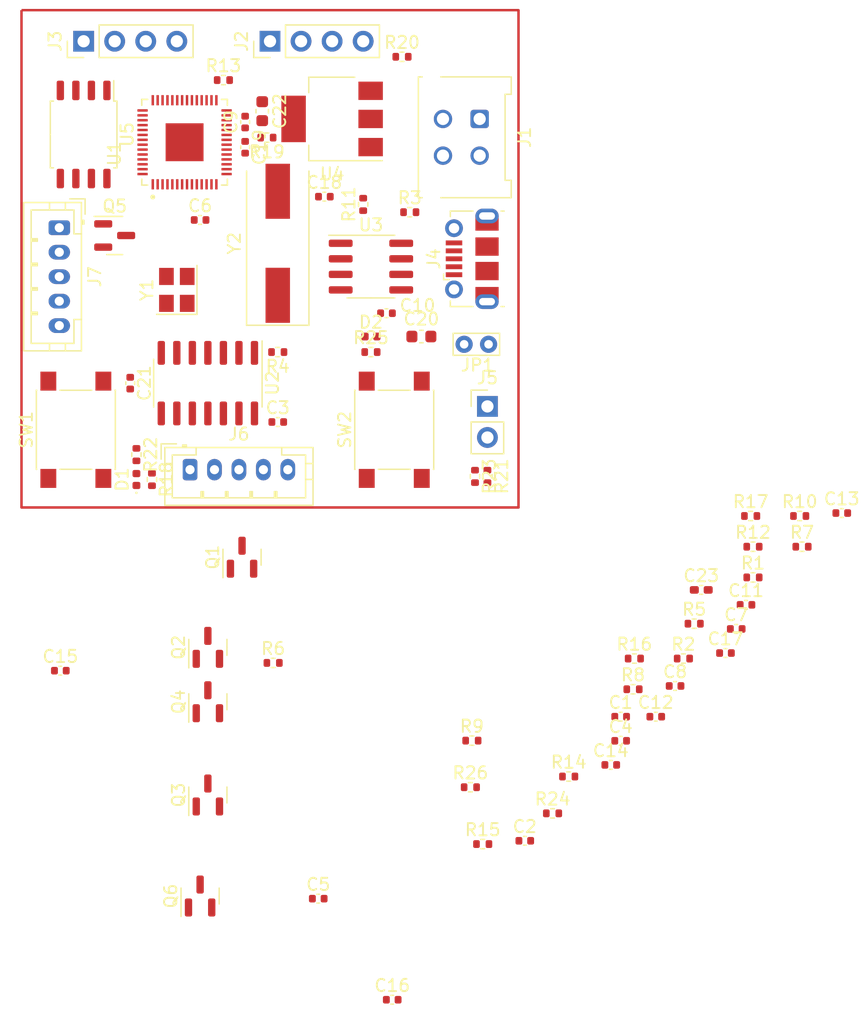
<source format=kicad_pcb>
(kicad_pcb (version 20211014) (generator pcbnew)
  (layers (0 "F.Cu" signal) (31 "B.Cu" signal) (34 "B.Paste" user) (35 "F.Paste" user) (36 "B.SilkS" user "B.Silkscreen") (37 "F.SilkS" user "F.Silkscreen") (38 "B.Mask" user) (39 "F.Mask" user) (44 "Edge.Cuts" user))
  (net 0 "")
  (net 1 "Net-(C1-Pad1)")
  (net 2 "GND")
  (net 3 "Net-(C2-Pad1)")
  (net 4 "+3V3")
  (net 5 "VBUS")
  (net 6 "Net-(C18-Pad1)")
  (net 7 "/X_IN")
  (net 8 "/GPIO1")
  (net 9 "/GPIO2")
  (net 10 "Net-(D1-Pad2)")
  (net 11 "Net-(D2-Pad2)")
  (net 12 "Net-(J1-Pad1)")
  (net 13 "Net-(J1-Pad2)")
  (net 16 "/GPIO21")
  (net 17 "/GPIO22")
  (net 18 "/SWCLK")
  (net 19 "/SWD")
  (net 20 "/USB_D-")
  (net 21 "/USB_D+")
  (net 23 "/~{USB_BOOT}")
  (net 24 "/Encoder1_A")
  (net 25 "/Encoder1_B")
  (net 26 "/Encoder1_X")
  (net 27 "/Encoder2_A")
  (net 28 "/Encoder2_B")
  (net 29 "/Encoder2_X")
  (net 30 "/GPIO15")
  (net 31 "/GPIO16")
  (net 32 "/GPIO17")
  (net 33 "/GPIO20")
  (net 34 "/GPIO18")
  (net 35 "/GPIO19")
  (net 36 "Net-(R1-Pad2)")
  (net 37 "Net-(R2-Pad1)")
  (net 38 "Net-(R3-Pad1)")
  (net 39 "/CANTx")
  (net 40 "Net-(JP1-Pad2)")
  (net 41 "/GPIO0")
  (net 42 "/X_OUT")
  (net 43 "/QSPI_SS")
  (net 44 "Net-(R22-Pad1)")
  (net 45 "Net-(R25-Pad1)")
  (net 46 "/STBY")
  (net 47 "/SOF")
  (net 48 "/IRQ")
  (net 49 "/CSn")
  (net 51 "/SPI1_RX")
  (net 53 "/SPI1_SCK")
  (net 54 "/SPI1_TX")
  (net 65 "/QSPI_SD3")
  (net 66 "/QSPI_SCLK")
  (net 67 "/QSPI_SD0")
  (net 68 "/QSPI_SD2")
  (net 69 "/QSPI_SD1")
  (net 70 "/CANRx")
  (footprint "Capacitor_SMD:C_0603_1608Metric" (layer "F.Cu") (at 108.9 102.87)
    (fp_text reference "C20" (at 0 -1.43) (layer "F.SilkS"))
    (fp_text value "10u")
    (pad "1" smd roundrect (at -0.775 0) (size 0.9 0.95) (layers "F.Cu" "F.Paste" "F.Mask") (net 5 "VBUS"))
    (pad "2" smd roundrect (at 0.775 0) (size 0.9 0.95) (layers "F.Cu" "F.Paste" "F.Mask") (net 2 "GND"))
  )
  (footprint "Crystal:Crystal_SMD_TXC_7M-4Pin_3.2x2.5mm" (layer "F.Cu") (at 88.9 99.06 90)
    (fp_text reference "Y1" (at 0 -2.45 90) (layer "F.SilkS"))
    (fp_text value "ASEAIG-40MHZ-C-S-T")
    (pad "1" smd rect (at -1.1 0.85 90) (size 1.4 1.2) (layers "F.Cu" "F.Paste" "F.Mask") (net 1 "Net-(C1-Pad1)"))
    (pad "2" smd rect (at 1.1 0.85 90) (size 1.4 1.2) (layers "F.Cu" "F.Paste" "F.Mask") (net 2 "GND"))
    (pad "3" smd rect (at 1.1 -0.85 90) (size 1.4 1.2) (layers "F.Cu" "F.Paste" "F.Mask") (net 2 "GND"))
    (pad "4" smd rect (at -1.1 -0.85 90) (size 1.4 1.2) (layers "F.Cu" "F.Paste" "F.Mask") (net 3 "Net-(C2-Pad1)"))
  )
  (footprint "Button_Switch_SMD:SW_Push_1P1T_NO_6x6mm_H9.5mm" (layer "F.Cu") (at 106.68 110.49 90)
    (fp_text reference "SW2" (at 0 -4.05 90) (layer "F.SilkS"))
    (fp_text value "SW_Push")
    (pad "1" smd rect (at -3.975 -2.25 90) (size 1.55 1.3) (layers "F.Cu" "F.Paste" "F.Mask") (net 45 "Net-(R25-Pad1)"))
    (pad "1" smd rect (at 3.975 -2.25 90) (size 1.55 1.3) (layers "F.Cu" "F.Paste" "F.Mask") (net 45 "Net-(R25-Pad1)"))
    (pad "2" smd rect (at -3.975 2.25 90) (size 1.55 1.3) (layers "F.Cu" "F.Paste" "F.Mask") (net 9 "/GPIO2"))
    (pad "2" smd rect (at 3.975 2.25 90) (size 1.55 1.3) (layers "F.Cu" "F.Paste" "F.Mask") (net 9 "/GPIO2"))
  )
  (footprint "Crystal:Crystal_SMD_HC49-SD" (layer "F.Cu") (at 97.155 95.25 90)
    (fp_text reference "Y2" (at 0 -3.55 90) (layer "F.SilkS"))
    (fp_text value "ABLS-12.000MHZ-B4-T")
    (pad "1" smd rect (at -4.25 0 90) (size 4.5 2) (layers "F.Cu" "F.Paste" "F.Mask") (net 7 "/X_IN"))
    (pad "2" smd rect (at 4.25 0 90) (size 4.5 2) (layers "F.Cu" "F.Paste" "F.Mask") (net 6 "Net-(C18-Pad1)"))
  )
  (footprint "Resistor_SMD:R_0402_1005Metric" (layer "F.Cu") (at 96.266 86.614 180)
    (fp_text reference "R19" (at 0 -1.17) (layer "F.SilkS"))
    (fp_text value "1k")
    (pad "1" smd roundrect (at -0.51 0 180) (size 0.54 0.64) (layers "F.Cu" "F.Paste" "F.Mask") (net 6 "Net-(C18-Pad1)"))
    (pad "2" smd roundrect (at 0.51 0 180) (size 0.54 0.64) (layers "F.Cu" "F.Paste" "F.Mask") (net 42 "/X_OUT"))
  )
  (footprint "Capacitor_SMD:C_0402_1005Metric" (layer "F.Cu") (at 100.965 91.44)
    (fp_text reference "C18" (at 0 -1.16) (layer "F.SilkS"))
    (fp_text value "27p")
    (pad "1" smd roundrect (at -0.48 0) (size 0.56 0.62) (layers "F.Cu" "F.Paste" "F.Mask") (net 6 "Net-(C18-Pad1)"))
    (pad "2" smd roundrect (at 0.48 0) (size 0.56 0.62) (layers "F.Cu" "F.Paste" "F.Mask") (net 2 "GND"))
  )
  (footprint "Button_Switch_SMD:SW_Push_1P1T_NO_6x6mm_H9.5mm" (layer "F.Cu") (at 80.645 110.49 90)
    (fp_text reference "SW1" (at 0 -4.05 90) (layer "F.SilkS"))
    (fp_text value "SW_Push")
    (pad "1" smd rect (at -3.975 -2.25 90) (size 1.55 1.3) (layers "F.Cu" "F.Paste" "F.Mask") (net 44 "Net-(R22-Pad1)"))
    (pad "1" smd rect (at 3.975 -2.25 90) (size 1.55 1.3) (layers "F.Cu" "F.Paste" "F.Mask") (net 44 "Net-(R22-Pad1)"))
    (pad "2" smd rect (at 3.975 2.25 90) (size 1.55 1.3) (layers "F.Cu" "F.Paste" "F.Mask") (net 8 "/GPIO1"))
    (pad "2" smd rect (at -3.975 2.25 90) (size 1.55 1.3) (layers "F.Cu" "F.Paste" "F.Mask") (net 8 "/GPIO1"))
  )
  (footprint "Resistor_SMD:R_0402_1005Metric" (layer "F.Cu") (at 86.868 114.554 -90)
    (fp_text reference "R18" (at 0 -1.17 90) (layer "F.SilkS"))
    (fp_text value "3.3k")
    (pad "1" smd roundrect (at -0.51 0 270) (size 0.54 0.64) (layers "F.Cu" "F.Paste" "F.Mask") (net 41 "/GPIO0"))
    (pad "2" smd roundrect (at 0.51 0 270) (size 0.54 0.64) (layers "F.Cu" "F.Paste" "F.Mask") (net 10 "Net-(D1-Pad2)"))
  )
  (footprint "Resistor_SMD:R_0402_1005Metric" (layer "F.Cu") (at 140.025 120.045)
    (fp_text reference "R7" (at 0 -1.17) (layer "F.SilkS"))
    (fp_text value "10k")
    (pad "1" smd roundrect (at -0.51 0) (size 0.54 0.64) (layers "F.Cu" "F.Paste" "F.Mask") (net 4 "+3V3"))
    (pad "2" smd roundrect (at 0.51 0) (size 0.54 0.64) (layers "F.Cu" "F.Paste" "F.Mask") (net 32 "/GPIO17"))
  )
  (footprint "Resistor_SMD:R_0402_1005Metric" (layer "F.Cu") (at 107.315 80.01)
    (fp_text reference "R20" (at 0 -1.17) (layer "F.SilkS"))
    (fp_text value "10k")
    (pad "1" smd roundrect (at -0.51 0) (size 0.54 0.64) (layers "F.Cu" "F.Paste" "F.Mask") (net 5 "VBUS"))
    (pad "2" smd roundrect (at 0.51 0) (size 0.54 0.64) (layers "F.Cu" "F.Paste" "F.Mask") (net 11 "Net-(D2-Pad2)"))
  )
  (footprint "Resistor_SMD:R_0402_1005Metric" (layer "F.Cu") (at 136.015 120.045)
    (fp_text reference "R12" (at 0 -1.17) (layer "F.SilkS"))
    (fp_text value "10k")
    (pad "1" smd roundrect (at -0.51 0) (size 0.54 0.64) (layers "F.Cu" "F.Paste" "F.Mask") (net 4 "+3V3"))
    (pad "2" smd roundrect (at 0.51 0) (size 0.54 0.64) (layers "F.Cu" "F.Paste" "F.Mask") (net 33 "/GPIO20"))
  )
  (footprint "Package_TO_SOT_SMD:SOT-23" (layer "F.Cu") (at 94.234 120.904 90)
    (fp_text reference "Q1" (at 0 -2.4 90) (layer "F.SilkS"))
    (fp_text value "BSS138")
    (pad "1" smd roundrect (at -0.9375 -0.95 90) (size 1.475 0.6) (layers "F.Cu" "F.Paste" "F.Mask") (net 4 "+3V3"))
    (pad "2" smd roundrect (at -0.9375 0.95 90) (size 1.475 0.6) (layers "F.Cu" "F.Paste" "F.Mask") (net 30 "/GPIO15"))
    (pad "3" smd roundrect (at 0.9375 0 90) (size 1.475 0.6) (layers "F.Cu" "F.Paste" "F.Mask") (net 24 "/Encoder1_A"))
  )
  (footprint "LED_SMD:LED_0402_1005Metric" (layer "F.Cu") (at 85.598 114.554 90)
    (fp_text reference "D1" (at 0 -1.17 90) (layer "F.SilkS"))
    (fp_text value "User_LED")
    (pad "1" smd roundrect (at -0.485 0 90) (size 0.59 0.64) (layers "F.Cu" "F.Paste" "F.Mask") (net 2 "GND"))
    (pad "2" smd roundrect (at 0.485 0 90) (size 0.59 0.64) (layers "F.Cu" "F.Paste" "F.Mask") (net 10 "Net-(D1-Pad2)"))
  )
  (footprint "Capacitor_SMD:C_0402_1005Metric" (layer "F.Cu") (at 79.375 130.175)
    (fp_text reference "C15" (at 0 -1.16) (layer "F.SilkS"))
    (fp_text value "100nf")
    (pad "1" smd roundrect (at -0.48 0) (size 0.56 0.62) (layers "F.Cu" "F.Paste" "F.Mask") (net 5 "VBUS"))
    (pad "2" smd roundrect (at 0.48 0) (size 0.56 0.62) (layers "F.Cu" "F.Paste" "F.Mask") (net 2 "GND"))
  )
  (footprint "Package_SO:SOIC-8_3.9x4.9mm_P1.27mm" (layer "F.Cu") (at 104.775 97.155)
    (fp_text reference "U3" (at 0 -3.4) (layer "F.SilkS"))
    (fp_text value "MCP2562-E-SN")
    (pad "1" smd roundrect (at -2.475 -1.905) (size 1.95 0.6) (layers "F.Cu" "F.Paste" "F.Mask") (net 39 "/CANTx"))
    (pad "2" smd roundrect (at -2.475 -0.635) (size 1.95 0.6) (layers "F.Cu" "F.Paste" "F.Mask") (net 2 "GND"))
    (pad "3" smd roundrect (at -2.475 0.635) (size 1.95 0.6) (layers "F.Cu" "F.Paste" "F.Mask") (net 5 "VBUS"))
    (pad "4" smd roundrect (at -2.475 1.905) (size 1.95 0.6) (layers "F.Cu" "F.Paste" "F.Mask") (net 70 "/CANRx"))
    (pad "5" smd roundrect (at 2.475 1.905) (size 1.95 0.6) (layers "F.Cu" "F.Paste" "F.Mask") (net 4 "+3V3"))
    (pad "6" smd roundrect (at 2.475 0.635) (size 1.95 0.6) (layers "F.Cu" "F.Paste" "F.Mask") (net 13 "Net-(J1-Pad2)"))
    (pad "7" smd roundrect (at 2.475 -0.635) (size 1.95 0.6) (layers "F.Cu" "F.Paste" "F.Mask") (net 12 "Net-(J1-Pad1)"))
    (pad "8" smd roundrect (at 2.475 -1.905) (size 1.95 0.6) (layers "F.Cu" "F.Paste" "F.Mask") (net 46 "/STBY"))
  )
  (footprint "Package_TO_SOT_SMD:SOT-23" (layer "F.Cu") (at 90.805 148.59 90)
    (fp_text reference "Q6" (at 0 -2.4 90) (layer "F.SilkS"))
    (fp_text value "BSS138")
    (pad "1" smd roundrect (at -0.9375 -0.95 90) (size 1.475 0.6) (layers "F.Cu" "F.Paste" "F.Mask") (net 4 "+3V3"))
    (pad "2" smd roundrect (at -0.9375 0.95 90) (size 1.475 0.6) (layers "F.Cu" "F.Paste" "F.Mask") (net 35 "/GPIO19"))
    (pad "3" smd roundrect (at 0.9375 0 90) (size 1.475 0.6) (layers "F.Cu" "F.Paste" "F.Mask") (net 28 "/Encoder2_B"))
  )
  (footprint "Capacitor_SMD:C_0402_1005Metric" (layer "F.Cu") (at 117.355 144.075)
    (fp_text reference "C2" (at 0 -1.16) (layer "F.SilkS"))
    (fp_text value "22pF")
    (pad "1" smd roundrect (at -0.48 0) (size 0.56 0.62) (layers "F.Cu" "F.Paste" "F.Mask") (net 3 "Net-(C2-Pad1)"))
    (pad "2" smd roundrect (at 0.48 0) (size 0.56 0.62) (layers "F.Cu" "F.Paste" "F.Mask") (net 2 "GND"))
  )
  (footprint "Capacitor_SMD:C_0402_1005Metric" (layer "F.Cu") (at 125.195 133.935)
    (fp_text reference "C1" (at 0 -1.16) (layer "F.SilkS"))
    (fp_text value "22pF")
    (pad "1" smd roundrect (at -0.48 0) (size 0.56 0.62) (layers "F.Cu" "F.Paste" "F.Mask") (net 1 "Net-(C1-Pad1)"))
    (pad "2" smd roundrect (at 0.48 0) (size 0.56 0.62) (layers "F.Cu" "F.Paste" "F.Mask") (net 2 "GND"))
  )
  (footprint "Resistor_SMD:R_0402_1005Metric" (layer "F.Cu") (at 139.835 117.535)
    (fp_text reference "R10" (at 0 -1.17) (layer "F.SilkS"))
    (fp_text value "10k")
    (pad "1" smd roundrect (at -0.51 0) (size 0.54 0.64) (layers "F.Cu" "F.Paste" "F.Mask") (net 5 "VBUS"))
    (pad "2" smd roundrect (at 0.51 0) (size 0.54 0.64) (layers "F.Cu" "F.Paste" "F.Mask") (net 26 "/Encoder1_X"))
  )
  (footprint "Connector_PinHeader_2.54mm:PinHeader_1x04_P2.54mm_Vertical" (layer "F.Cu") (at 81.28 78.74 90)
    (fp_text reference "J3" (at 0 -2.33 90) (layer "F.SilkS"))
    (fp_text value "SWD")
    (pad "1" thru_hole rect (at 0 0 90) (size 1.7 1.7) (drill 1) (layers *.Cu *.Mask) (net 2 "GND"))
    (pad "2" thru_hole oval (at 0 2.54 90) (size 1.7 1.7) (drill 1) (layers *.Cu *.Mask) (net 18 "/SWCLK"))
    (pad "3" thru_hole oval (at 0 5.08 90) (size 1.7 1.7) (drill 1) (layers *.Cu *.Mask) (net 19 "/SWD"))
    (pad "4" thru_hole oval (at 0 7.62 90) (size 1.7 1.7) (drill 1) (layers *.Cu *.Mask) (net 5 "VBUS"))
  )
  (footprint "Connector_PinHeader_2.54mm:PinHeader_1x04_P2.54mm_Vertical" (layer "F.Cu") (at 96.52 78.74 90)
    (fp_text reference "J2" (at 0 -2.33 90) (layer "F.SilkS"))
    (fp_text value "UART")
    (pad "1" thru_hole rect (at 0 0 90) (size 1.7 1.7) (drill 1) (layers *.Cu *.Mask) (net 2 "GND"))
    (pad "2" thru_hole oval (at 0 2.54 90) (size 1.7 1.7) (drill 1) (layers *.Cu *.Mask) (net 16 "/GPIO21"))
    (pad "3" thru_hole oval (at 0 5.08 90) (size 1.7 1.7) (drill 1) (layers *.Cu *.Mask) (net 17 "/GPIO22"))
    (pad "4" thru_hole oval (at 0 7.62 90) (size 1.7 1.7) (drill 1) (layers *.Cu *.Mask) (net 4 "+3V3"))
  )
  (footprint "Resistor_SMD:R_0402_1005Metric" (layer "F.Cu") (at 112.905 139.7)
    (fp_text reference "R26" (at 0 -1.17) (layer "F.SilkS"))
    (fp_text value "10k")
    (pad "1" smd roundrect (at -0.51 0) (size 0.54 0.64) (layers "F.Cu" "F.Paste" "F.Mask") (net 4 "+3V3"))
    (pad "2" smd roundrect (at 0.51 0) (size 0.54 0.64) (layers "F.Cu" "F.Paste" "F.Mask") (net 9 "/GPIO2"))
  )
  (footprint "PolyuRobotics:QFN40P700X700X90-57N" (layer "F.Cu") (at 89.535 86.995 90)
    (fp_text reference "U1" (at -0.93 -5.74 90) (layer "F.SilkS"))
    (fp_text value "RP2040")
    (pad "1" smd roundrect (at -3.435 -2.6 90) (size 0.84 0.2) (layers "F.Cu" "F.Paste" "F.Mask") (roundrect_rratio 0.03) (net 4 "+3V3"))
    (pad "2" smd roundrect (at -3.435 -2.2 90) (size 0.84 0.2) (layers "F.Cu" "F.Paste" "F.Mask") (roundrect_rratio 0.03) (net 41 "/GPIO0"))
    (pad "3" smd roundrect (at -3.435 -1.8 90) (size 0.84 0.2) (layers "F.Cu" "F.Paste" "F.Mask") (roundrect_rratio 0.03) (net 8 "/GPIO1"))
    (pad "4" smd roundrect (at -3.435 -1.4 90) (size 0.84 0.2) (layers "F.Cu" "F.Paste" "F.Mask") (roundrect_rratio 0.03) (net 9 "/GPIO2"))
    (pad "5" smd roundrect (at -3.435 -1 90) (size 0.84 0.2) (layers "F.Cu" "F.Paste" "F.Mask") (roundrect_rratio 0.03) (net 46 "/STBY"))
    (pad "6" smd roundrect (at -3.435 -0.6 90) (size 0.84 0.2) (layers "F.Cu" "F.Paste" "F.Mask") (roundrect_rratio 0.03) (net 47 "/SOF"))
    (pad "7" smd roundrect (at -3.435 -0.2 90) (size 0.84 0.2) (layers "F.Cu" "F.Paste" "F.Mask") (roundrect_rratio 0.03) (net 48 "/IRQ"))
    (pad "8" smd roundrect (at -3.435 0.2 90) (size 0.84 0.2) (layers "F.Cu" "F.Paste" "F.Mask") (roundrect_rratio 0.03) (net 49 "/CSn"))
    (pad "9" smd roundrect (at -3.435 0.6 90) (size 0.84 0.2) (layers "F.Cu" "F.Paste" "F.Mask") (roundrect_rratio 0.03))
    (pad "10" smd roundrect (at -3.435 1 90) (size 0.84 0.2) (layers "F.Cu" "F.Paste" "F.Mask") (roundrect_rratio 0.03) (net 4 "+3V3"))
    (pad "11" smd roundrect (at -3.435 1.4 90) (size 0.84 0.2) (layers "F.Cu" "F.Paste" "F.Mask") (roundrect_rratio 0.03) (net 51 "/SPI1_RX"))
    (pad "12" smd roundrect (at -3.435 1.8 90) (size 0.84 0.2) (layers "F.Cu" "F.Paste" "F.Mask") (roundrect_rratio 0.03))
    (pad "13" smd roundrect (at -3.435 2.2 90) (size 0.84 0.2) (layers "F.Cu" "F.Paste" "F.Mask") (roundrect_rratio 0.03) (net 53 "/SPI1_SCK"))
    (pad "14" smd roundrect (at -3.435 2.6 90) (size 0.84 0.2) (layers "F.Cu" "F.Paste" "F.Mask") (roundrect_rratio 0.03) (net 54 "/SPI1_TX"))
    (pad "15" smd roundrect (at -2.6 3.435 90) (size 0.2 0.84) (layers "F.Cu" "F.Paste" "F.Mask") (roundrect_rratio 0.1))
    (pad "16" smd roundrect (at -2.2 3.435 90) (size 0.2 0.84) (layers "F.Cu" "F.Paste" "F.Mask") (roundrect_rratio 0.1))
    (pad "17" smd roundrect (at -1.8 3.435 90) (size 0.2 0.84) (layers "F.Cu" "F.Paste" "F.Mask") (roundrect_rratio 0.1))
    (pad "18" smd roundrect (at -1.4 3.435 90) (size 0.2 0.84) (layers "F.Cu" "F.Paste" "F.Mask") (roundrect_rratio 0.1) (net 30 "/GPIO15"))
    (pad "19" smd roundrect (at -1 3.435 90) (size 0.2 0.84) (layers "F.Cu" "F.Paste" "F.Mask") (roundrect_rratio 0.1) (net 2 "GND"))
    (pad "20" smd roundrect (at -0.6 3.435 90) (size 0.2 0.84) (layers "F.Cu" "F.Paste" "F.Mask") (roundrect_rratio 0.1) (net 7 "/X_IN"))
    (pad "21" smd roundrect (at -0.2 3.435 90) (size 0.2 0.84) (layers "F.Cu" "F.Paste" "F.Mask") (roundrect_rratio 0.1) (net 42 "/X_OUT"))
    (pad "22" smd roundrect (at 0.2 3.435 90) (size 0.2 0.84) (layers "F.Cu" "F.Paste" "F.Mask") (roundrect_rratio 0.1) (net 4 "+3V3"))
    (pad "23" smd roundrect (at 0.6 3.435 90) (size 0.2 0.84) (layers "F.Cu" "F.Paste" "F.Mask") (roundrect_rratio 0.1) (net 4 "+3V3"))
    (pad "24" smd roundrect (at 1 3.435 90) (size 0.2 0.84) (layers "F.Cu" "F.Paste" "F.Mask") (roundrect_rratio 0.1) (net 18 "/SWCLK"))
    (pad "25" smd roundrect (at 1.4 3.435 90) (size 0.2 0.84) (layers "F.Cu" "F.Paste" "F.Mask") (roundrect_rratio 0.1) (net 19 "/SWD"))
    (pad "26" smd roundrect (at 1.8 3.435 90) (size 0.2 0.84) (layers "F.Cu" "F.Paste" "F.Mask") (roundrect_rratio 0.1) (net 36 "Net-(R1-Pad2)"))
    (pad "27" smd roundrect (at 2.2 3.435 90) (size 0.2 0.84) (layers "F.Cu" "F.Paste" "F.Mask") (roundrect_rratio 0.1) (net 31 "/GPIO16"))
    (pad "28" smd roundrect (at 2.6 3.435 90) (size 0.2 0.84) (layers "F.Cu" "F.Paste" "F.Mask") (roundrect_rratio 0.1) (net 32 "/GPIO17"))
    (pad "29" smd roundrect (at 3.435 2.6 90) (size 0.84 0.2) (layers "F.Cu" "F.Paste" "F.Mask") (roundrect_rratio 0.03) (net 34 "/GPIO18"))
    (pad "30" smd roundrect (at 3.435 2.2 90) (size 0.84 0.2) (layers "F.Cu" "F.Paste" "F.Mask") (roundrect_rratio 0.03) (net 35 "/GPIO19"))
    (pad "31" smd roundrect (at 3.435 1.8 90) (size 0.84 0.2) (layers "F.Cu" "F.Paste" "F.Mask") (roundrect_rratio 0.03) (net 33 "/GPIO20"))
    (pad "32" smd roundrect (at 3.435 1.4 90) (size 0.84 0.2) (layers "F.Cu" "F.Paste" "F.Mask") (roundrect_rratio 0.03) (net 16 "/GPIO21"))
    (pad "33" smd roundrect (at 3.435 1 90) (size 0.84 0.2) (layers "F.Cu" "F.Paste" "F.Mask") (roundrect_rratio 0.03) (net 4 "+3V3"))
    (pad "34" smd roundrect (at 3.435 0.6 90) (size 0.84 0.2) (layers "F.Cu" "F.Paste" "F.Mask") (roundrect_rratio 0.03) (net 17 "/GPIO22"))
    (pad "35" smd roundrect (at 3.435 0.2 90) (size 0.84 0.2) (layers "F.Cu" "F.Paste" "F.Mask") (roundrect_rratio 0.03))
    (pad "36" smd roundrect (at 3.435 -0.2 90) (size 0.84 0.2) (layers "F.Cu" "F.Paste" "F.Mask") (roundrect_rratio 0.03))
    (pad "37" smd roundrect (at 3.435 -0.6 90) (size 0.84 0.2) (layers "F.Cu" "F.Paste" "F.Mask") (roundrect_rratio 0.03))
    (pad "38" smd roundrect (at 3.435 -1 90) (size 0.84 0.2) (layers "F.Cu" "F.Paste" "F.Mask") (roundrect_rratio 0.03))
    (pad "39" smd roundrect (at 3.435 -1.4 90) (size 0.84 0.2) (layers "F.Cu" "F.Paste" "F.Mask") (roundrect_rratio 0.03))
    (pad "40" smd roundrect (at 3.435 -1.8 90) (size 0.84 0.2) (layers "F.Cu" "F.Paste" "F.Mask") (roundrect_rratio 0.03))
    (pad "41" smd roundrect (at 3.435 -2.2 90) (size 0.84 0.2) (layers "F.Cu" "F.Paste" "F.Mask") (roundrect_rratio 0.03))
    (pad "42" smd roundrect (at 3.435 -2.6 90) (size 0.84 0.2) (layers "F.Cu" "F.Paste" "F.Mask") (roundrect_rratio 0.03) (net 4 "+3V3"))
    (pad "43" smd roundrect (at 2.6 -3.435 90) (size 0.2 0.84) (layers "F.Cu" "F.Paste" "F.Mask") (roundrect_rratio 0.1) (net 4 "+3V3"))
    (pad "44" smd roundrect (at 2.2 -3.435 90) (size 0.2 0.84) (layers "F.Cu" "F.Paste" "F.Mask") (roundrect_rratio 0.1) (net 4 "+3V3"))
    (pad "45" smd roundrect (at 1.8 -3.435 90) (size 0.2 0.84) (layers "F.Cu" "F.Paste" "F.Mask") (roundrect_rratio 0.1) (net 4 "+3V3"))
    (pad "46" smd roundrect (at 1.4 -3.435 90) (size 0.2 0.84) (layers "F.Cu" "F.Paste" "F.Mask") (roundrect_rratio 0.1) (net 37 "Net-(R2-Pad1)"))
    (pad "47" smd roundrect (at 1 -3.435 90) (size 0.2 0.84) (layers "F.Cu" "F.Paste" "F.Mask") (roundrect_rratio 0.1) (net 38 "Net-(R3-Pad1)"))
    (pad "48" smd roundrect (at 0.6 -3.435 90) (size 0.2 0.84) (layers "F.Cu" "F.Paste" "F.Mask") (roundrect_rratio 0.1) (net 4 "+3V3"))
    (pad "49" smd roundrect (at 0.2 -3.435 90) (size 0.2 0.84) (layers "F.Cu" "F.Paste" "F.Mask") (roundrect_rratio 0.1) (net 4 "+3V3"))
    (pad "50" smd roundrect (at -0.2 -3.435 90) (size 0.2 0.84) (layers "F.Cu" "F.Paste" "F.Mask") (roundrect_rratio 0.1) (net 4 "+3V3"))
    (pad "51" smd roundrect (at -0.6 -3.435 90) (size 0.2 0.84) (layers "F.Cu" "F.Paste" "F.Mask") (roundrect_rratio 0.1) (net 65 "/QSPI_SD3"))
    (pad "52" smd roundrect (at -1 -3.435 90) (size 0.2 0.84) (layers "F.Cu" "F.Paste" "F.Mask") (roundrect_rratio 0.1) (net 66 "/QSPI_SCLK"))
    (pad "53" smd roundrect (at -1.4 -3.435 90) (size 0.2 0.84) (layers "F.Cu" "F.Paste" "F.Mask") (roundrect_rratio 0.1) (net 67 "/QSPI_SD0"))
    (pad "54" smd roundrect (at -1.8 -3.435 90) (size 0.2 0.84) (layers "F.Cu" "F.Paste" "F.Mask") (roundrect_rratio 0.1) (net 68 "/QSPI_SD2"))
    (pad "55" smd roundrect (at -2.2 -3.435 90) (size 0.2 0.84) (layers "F.Cu" "F.Paste" "F.Mask") (roundrect_rratio 0.1) (net 69 "/QSPI_SD1"))
    (pad "56" smd roundrect (at -2.6 -3.435 90) (size 0.2 0.84) (layers "F.Cu" "F.Paste" "F.Mask") (roundrect_rratio 0.1) (net 43 "/QSPI_SS"))
    (pad "57" smd rect (at 0 0 90) (size 3.1 3.1) (layers "F.Cu" "F.Mask") (net 2 "GND"))
  )
  (footprint "Capacitor_SMD:C_0402_1005Metric" (layer "F.Cu") (at 143.275 117.295)
    (fp_text reference "C13" (at 0 -1.16) (layer "F.SilkS"))
    (fp_text value "100n")
    (pad "1" smd roundrect (at -0.48 0) (size 0.56 0.62) (layers "F.Cu" "F.Paste" "F.Mask") (net 4 "+3V3"))
    (pad "2" smd roundrect (at 0.48 0) (size 0.56 0.62) (layers "F.Cu" "F.Paste" "F.Mask") (net 2 "GND"))
  )
  (footprint "Connector_JST:JST_PH_B5B-PH-K_1x05_P2.00mm_Vertical" (layer "F.Cu") (at 79.29 93.98 -90)
    (fp_text reference "J7" (at 4 -2.9 90) (layer "F.SilkS"))
    (fp_text value "Encoder2")
    (pad "1" thru_hole roundrect (at 0 0 270) (size 1.2 1.75) (drill 0.75) (layers *.Cu *.Mask) (roundrect_rratio 0.208333) (net 5 "VBUS"))
    (pad "2" thru_hole oval (at 2 0 270) (size 1.2 1.75) (drill 0.75) (layers *.Cu *.Mask) (net 27 "/Encoder2_A"))
    (pad "3" thru_hole oval (at 4 0 270) (size 1.2 1.75) (drill 0.75) (layers *.Cu *.Mask) (net 28 "/Encoder2_B"))
    (pad "4" thru_hole oval (at 6 0 270) (size 1.2 1.75) (drill 0.75) (layers *.Cu *.Mask) (net 29 "/Encoder2_X"))
    (pad "5" thru_hole oval (at 8 0 270) (size 1.2 1.75) (drill 0.75) (layers *.Cu *.Mask) (net 2 "GND"))
  )
  (footprint "LED_SMD:LED_0402_1005Metric" (layer "F.Cu") (at 104.775 102.87)
    (fp_text reference "D2" (at 0 -1.17) (layer "F.SilkS"))
    (fp_text value "power")
    (pad "1" smd roundrect (at -0.485 0) (size 0.59 0.64) (layers "F.Cu" "F.Paste" "F.Mask") (net 2 "GND"))
    (pad "2" smd roundrect (at 0.485 0) (size 0.59 0.64) (layers "F.Cu" "F.Paste" "F.Mask") (net 11 "Net-(D2-Pad2)"))
  )
  (footprint "Capacitor_SMD:C_0402_1005Metric" (layer "F.Cu") (at 133.765 128.735)
    (fp_text reference "C17" (at 0 -1.16) (layer "F.SilkS"))
    (fp_text value "100nf")
    (pad "1" smd roundrect (at -0.48 0) (size 0.56 0.62) (layers "F.Cu" "F.Paste" "F.Mask") (net 5 "VBUS"))
    (pad "2" smd roundrect (at 0.48 0) (size 0.56 0.62) (layers "F.Cu" "F.Paste" "F.Mask") (net 2 "GND"))
  )
  (footprint "Capacitor_SMD:C_0402_1005Metric" (layer "F.Cu") (at 125.195 135.905)
    (fp_text reference "C4" (at 0 -1.16) (layer "F.SilkS"))
    (fp_text value "100n")
    (pad "1" smd roundrect (at -0.48 0) (size 0.56 0.62) (layers "F.Cu" "F.Paste" "F.Mask") (net 4 "+3V3"))
    (pad "2" smd roundrect (at 0.48 0) (size 0.56 0.62) (layers "F.Cu" "F.Paste" "F.Mask") (net 2 "GND"))
  )
  (footprint "Package_SO:SOIC-8_5.23x5.23mm_P1.27mm" (layer "F.Cu") (at 81.28 86.36 -90)
    (fp_text reference "U5" (at 0 -3.56 90) (layer "F.SilkS"))
    (fp_text value "W25Q128JVS")
    (pad "1" smd roundrect (at -3.6 -1.905 270) (size 1.6 0.6) (layers "F.Cu" "F.Paste" "F.Mask") (net 43 "/QSPI_SS"))
    (pad "2" smd roundrect (at -3.6 -0.635 270) (size 1.6 0.6) (layers "F.Cu" "F.Paste" "F.Mask") (net 69 "/QSPI_SD1"))
    (pad "3" smd roundrect (at -3.6 0.635 270) (size 1.6 0.6) (layers "F.Cu" "F.Paste" "F.Mask") (net 68 "/QSPI_SD2"))
    (pad "4" smd roundrect (at -3.6 1.905 270) (size 1.6 0.6) (layers "F.Cu" "F.Paste" "F.Mask") (net 2 "GND"))
    (pad "5" smd roundrect (at 3.6 1.905 270) (size 1.6 0.6) (layers "F.Cu" "F.Paste" "F.Mask") (net 67 "/QSPI_SD0"))
    (pad "6" smd roundrect (at 3.6 0.635 270) (size 1.6 0.6) (layers "F.Cu" "F.Paste" "F.Mask") (net 66 "/QSPI_SCLK"))
    (pad "7" smd roundrect (at 3.6 -0.635 270) (size 1.6 0.6) (layers "F.Cu" "F.Paste" "F.Mask") (net 65 "/QSPI_SD3"))
    (pad "8" smd roundrect (at 3.6 -1.905 270) (size 1.6 0.6) (layers "F.Cu" "F.Paste" "F.Mask") (net 4 "+3V3"))
  )
  (footprint "Resistor_SMD:R_0402_1005Metric" (layer "F.Cu") (at 92.71 81.915)
    (fp_text reference "R13" (at 0 -1.17) (layer "F.SilkS"))
    (fp_text value "10k")
    (pad "1" smd roundrect (at -0.51 0) (size 0.54 0.64) (layers "F.Cu" "F.Paste" "F.Mask") (net 4 "+3V3"))
    (pad "2" smd roundrect (at 0.51 0) (size 0.54 0.64) (layers "F.Cu" "F.Paste" "F.Mask") (net 34 "/GPIO18"))
  )
  (footprint "Capacitor_SMD:C_0402_1005Metric" (layer "F.Cu") (at 128.065 133.935)
    (fp_text reference "C12" (at 0 -1.16) (layer "F.SilkS"))
    (fp_text value "100n")
    (pad "1" smd roundrect (at -0.48 0) (size 0.56 0.62) (layers "F.Cu" "F.Paste" "F.Mask") (net 4 "+3V3"))
    (pad "2" smd roundrect (at 0.48 0) (size 0.56 0.62) (layers "F.Cu" "F.Paste" "F.Mask") (net 2 "GND"))
  )
  (footprint "Resistor_SMD:R_0402_1005Metric" (layer "F.Cu") (at 130.325 129.185)
    (fp_text reference "R2" (at 0 -1.17) (layer "F.SilkS"))
    (fp_text value "27.4")
    (pad "1" smd roundrect (at -0.51 0) (size 0.54 0.64) (layers "F.Cu" "F.Paste" "F.Mask") (net 37 "Net-(R2-Pad1)"))
    (pad "2" smd roundrect (at 0.51 0) (size 0.54 0.64) (layers "F.Cu" "F.Paste" "F.Mask") (net 21 "/USB_D+"))
  )
  (footprint "Capacitor_SMD:C_0402_1005Metric" (layer "F.Cu") (at 100.465 148.805)
    (fp_text reference "C5" (at 0 -1.16) (layer "F.SilkS"))
    (fp_text value "100n")
    (pad "1" smd roundrect (at -0.48 0) (size 0.56 0.62) (layers "F.Cu" "F.Paste" "F.Mask") (net 4 "+3V3"))
    (pad "2" smd roundrect (at 0.48 0) (size 0.56 0.62) (layers "F.Cu" "F.Paste" "F.Mask") (net 2 "GND"))
  )
  (footprint "Connector_JST:JST_PH_B5B-PH-K_1x05_P2.00mm_Vertical" (layer "F.Cu") (at 89.98 113.75)
    (fp_text reference "J6" (at 4 -2.9) (layer "F.SilkS"))
    (fp_text value "Encoder1")
    (pad "1" thru_hole roundrect (at 0 0) (size 1.2 1.75) (drill 0.75) (layers *.Cu *.Mask) (roundrect_rratio 0.208333) (net 5 "VBUS"))
    (pad "2" thru_hole oval (at 2 0) (size 1.2 1.75) (drill 0.75) (layers *.Cu *.Mask) (net 24 "/Encoder1_A"))
    (pad "3" thru_hole oval (at 4 0) (size 1.2 1.75) (drill 0.75) (layers *.Cu *.Mask) (net 25 "/Encoder1_B"))
    (pad "4" thru_hole oval (at 6 0) (size 1.2 1.75) (drill 0.75) (layers *.Cu *.Mask) (net 26 "/Encoder1_X"))
    (pad "5" thru_hole oval (at 8 0) (size 1.2 1.75) (drill 0.75) (layers *.Cu *.Mask) (net 2 "GND"))
  )
  (footprint "Capacitor_SMD:C_0402_1005Metric" (layer "F.Cu") (at 85.09 106.68 -90)
    (fp_text reference "C21" (at 0 -1.16 90) (layer "F.SilkS"))
    (fp_text value "100nF")
    (pad "1" smd roundrect (at -0.48 0 270) (size 0.56 0.62) (layers "F.Cu" "F.Paste" "F.Mask") (net 8 "/GPIO1"))
    (pad "2" smd roundrect (at 0.48 0 270) (size 0.56 0.62) (layers "F.Cu" "F.Paste" "F.Mask") (net 2 "GND"))
  )
  (footprint "Resistor_SMD:R_0402_1005Metric" (layer "F.Cu") (at 97.155 104.14 180)
    (fp_text reference "R4" (at 0 -1.17) (layer "F.SilkS"))
    (fp_text value "6k8")
    (pad "1" smd roundrect (at -0.51 0 180) (size 0.54 0.64) (layers "F.Cu" "F.Paste" "F.Mask") (net 4 "+3V3"))
    (pad "2" smd roundrect (at 0.51 0 180) (size 0.54 0.64) (layers "F.Cu" "F.Paste" "F.Mask") (net 39 "/CANTx"))
  )
  (footprint "Package_TO_SOT_SMD:SOT-23" (layer "F.Cu") (at 83.82 94.615)
    (fp_text reference "Q5" (at 0 -2.4) (layer "F.SilkS"))
    (fp_text value "BSS138")
    (pad "1" smd roundrect (at -0.9375 -0.95) (size 1.475 0.6) (layers "F.Cu" "F.Paste" "F.Mask") (net 4 "+3V3"))
    (pad "2" smd roundrect (at -0.9375 0.95) (size 1.475 0.6) (layers "F.Cu" "F.Paste" "F.Mask") (net 34 "/GPIO18"))
    (pad "3" smd roundrect (at 0.9375 0) (size 1.475 0.6) (layers "F.Cu" "F.Paste" "F.Mask") (net 27 "/Encoder2_A"))
  )
  (footprint "Connector_PinHeader_2.54mm:PinHeader_1x02_P2.54mm_Vertical" (layer "F.Cu") (at 114.3 108.58)
    (fp_text reference "J5" (at 0 -2.33) (layer "F.SilkS"))
    (fp_text value "Conn_01x02")
    (pad "1" thru_hole rect (at 0 0) (size 1.7 1.7) (drill 1) (layers *.Cu *.Mask) (net 2 "GND"))
    (pad "2" thru_hole oval (at 0 2.54) (size 1.7 1.7) (drill 1) (layers *.Cu *.Mask) (net 23 "/~{USB_BOOT}"))
  )
  (footprint "Capacitor_SMD:C_0402_1005Metric" (layer "F.Cu") (at 94.488 85.344 90)
    (fp_text reference "C9" (at 0 -1.16 90) (layer "F.SilkS"))
    (fp_text value "1u")
    (pad "1" smd roundrect (at -0.48 0 90) (size 0.56 0.62) (layers "F.Cu" "F.Paste" "F.Mask") (net 4 "+3V3"))
    (pad "2" smd roundrect (at 0.48 0 90) (size 0.56 0.62) (layers "F.Cu" "F.Paste" "F.Mask") (net 2 "GND"))
  )
  (footprint "Connector_USB:USB_Micro-B_Molex-105017-0001" (layer "F.Cu") (at 113.03 96.52 90)
    (fp_text reference "J4" (at 0 -3.1125 90) (layer "F.SilkS"))
    (fp_text value "USB_B_Micro")
    (pad "1" smd rect (at -1.3 -1.4625 90) (size 0.4 1.35) (layers "F.Cu" "F.Paste" "F.Mask") (net 5 "VBUS"))
    (pad "2" smd rect (at -0.65 -1.4625 90) (size 0.4 1.35) (layers "F.Cu" "F.Paste" "F.Mask") (net 20 "/USB_D-"))
    (pad "3" smd rect (at 0 -1.4625 90) (size 0.4 1.35) (layers "F.Cu" "F.Paste" "F.Mask") (net 21 "/USB_D+"))
    (pad "4" smd rect (at 0.65 -1.4625 90) (size 0.4 1.35) (layers "F.Cu" "F.Paste" "F.Mask"))
    (pad "5" smd rect (at 1.3 -1.4625 90) (size 0.4 1.35) (layers "F.Cu" "F.Paste" "F.Mask") (net 2 "GND"))
    (pad "6" smd rect (at 2.9 1.2375 90) (size 1.2 1.9) (layers "F.Cu" "F.Mask") (net 2 "GND"))
    (pad "6" thru_hole oval (at 3.5 1.2375 90) (size 1.2 1.9) (drill oval 0.6 1.3) (layers *.Cu *.Mask) (net 2 "GND"))
    (pad "6" thru_hole circle (at 2.5 -1.4625 90) (size 1.45 1.45) (drill 0.85) (layers *.Cu *.Mask) (net 2 "GND"))
    (pad "6" smd rect (at -2.9 1.2375 90) (size 1.2 1.9) (layers "F.Cu" "F.Mask") (net 2 "GND"))
    (pad "6" thru_hole circle (at -2.5 -1.4625 90) (size 1.45 1.45) (drill 0.85) (layers *.Cu *.Mask) (net 2 "GND"))
    (pad "6" thru_hole oval (at -3.5 1.2375 270) (size 1.2 1.9) (drill oval 0.6 1.3) (layers *.Cu *.Mask) (net 2 "GND"))
    (pad "6" smd rect (at -1 1.2375 90) (size 1.5 1.9) (layers "F.Cu" "F.Paste" "F.Mask") (net 2 "GND"))
    (pad "6" smd rect (at 1 1.2375 90) (size 1.5 1.9) (layers "F.Cu" "F.Paste" "F.Mask") (net 2 "GND"))
  )
  (footprint "Resistor_SMD:R_0402_1005Metric" (layer "F.Cu") (at 120.945 138.825)
    (fp_text reference "R14" (at 0 -1.17) (layer "F.SilkS"))
    (fp_text value "10k")
    (pad "1" smd roundrect (at -0.51 0) (size 0.54 0.64) (layers "F.Cu" "F.Paste" "F.Mask") (net 4 "+3V3"))
    (pad "2" smd roundrect (at 0.51 0) (size 0.54 0.64) (layers "F.Cu" "F.Paste" "F.Mask") (net 35 "/GPIO19"))
  )
  (footprint "Capacitor_SMD:C_0402_1005Metric" (layer "F.Cu") (at 97.155 109.855)
    (fp_text reference "C3" (at 0 -1.16) (layer "F.SilkS"))
    (fp_text value "100nF")
    (pad "1" smd roundrect (at -0.48 0) (size 0.56 0.62) (layers "F.Cu" "F.Paste" "F.Mask") (net 4 "+3V3"))
    (pad "2" smd roundrect (at 0.48 0) (size 0.56 0.62) (layers "F.Cu" "F.Paste" "F.Mask") (net 2 "GND"))
  )
  (footprint "Capacitor_SMD:C_0402_1005Metric" (layer "F.Cu") (at 124.385 137.875)
    (fp_text reference "C14" (at 0 -1.16) (layer "F.SilkS"))
    (fp_text value "100n")
    (pad "1" smd roundrect (at -0.48 0) (size 0.56 0.62) (layers "F.Cu" "F.Paste" "F.Mask") (net 4 "+3V3"))
    (pad "2" smd roundrect (at 0.48 0) (size 0.56 0.62) (layers "F.Cu" "F.Paste" "F.Mask") (net 2 "GND"))
  )
  (footprint "Capacitor_SMD:C_0402_1005Metric" (layer "F.Cu") (at 135.445 124.795)
    (fp_text reference "C11" (at 0 -1.16) (layer "F.SilkS"))
    (fp_text value "100n")
    (pad "1" smd roundrect (at -0.48 0) (size 0.56 0.62) (layers "F.Cu" "F.Paste" "F.Mask") (net 4 "+3V3"))
    (pad "2" smd roundrect (at 0.48 0) (size 0.56 0.62) (layers "F.Cu" "F.Paste" "F.Mask") (net 2 "GND"))
  )
  (footprint "TestPoint:TestPoint_Bridge_Pitch2.0mm_Drill0.7mm" (layer "F.Cu") (at 112.395 103.505)
    (fp_text reference "JP1" (at 1.1 1.7) (layer "F.SilkS"))
    (fp_text value "Term.")
    (pad "1" thru_hole circle (at 0 0) (size 1.4 1.4) (drill 0.7) (layers *.Cu *.Mask) (net 12 "Net-(J1-Pad1)"))
    (pad "1" thru_hole circle (at 2 0) (size 1.4 1.4) (drill 0.7) (layers *.Cu *.Mask) (net 12 "Net-(J1-Pad1)"))
  )
  (footprint "Resistor_SMD:R_0402_1005Metric" (layer "F.Cu") (at 131.205 126.335)
    (fp_text reference "R5" (at 0 -1.17) (layer "F.SilkS"))
    (fp_text value "10k")
    (pad "1" smd roundrect (at -0.51 0) (size 0.54 0.64) (layers "F.Cu" "F.Paste" "F.Mask") (net 4 "+3V3"))
    (pad "2" smd roundrect (at 0.51 0) (size 0.54 0.64) (layers "F.Cu" "F.Paste" "F.Mask") (net 30 "/GPIO15"))
  )
  (footprint "Resistor_SMD:R_0402_1005Metric" (layer "F.Cu") (at 104.775 104.14)
    (fp_text reference "R25" (at 0 -1.17) (layer "F.SilkS"))
    (fp_text value "100")
    (pad "1" smd roundrect (at -0.51 0) (size 0.54 0.64) (layers "F.Cu" "F.Paste" "F.Mask") (net 45 "Net-(R25-Pad1)"))
    (pad "2" smd roundrect (at 0.51 0) (size 0.54 0.64) (layers "F.Cu" "F.Paste" "F.Mask") (net 2 "GND"))
  )
  (footprint "Capacitor_SMD:C_0603_1608Metric" (layer "F.Cu") (at 95.885 84.455 -90)
    (fp_text reference "C22" (at 0 -1.43 90) (layer "F.SilkS"))
    (fp_text value "10u")
    (pad "1" smd roundrect (at -0.775 0 270) (size 0.9 0.95) (layers "F.Cu" "F.Paste" "F.Mask") (net 4 "+3V3"))
    (pad "2" smd roundrect (at 0.775 0 270) (size 0.9 0.95) (layers "F.Cu" "F.Paste" "F.Mask") (net 2 "GND"))
  )
  (footprint "Resistor_SMD:R_0402_1005Metric" (layer "F.Cu") (at 114.3 114.3 -90)
    (fp_text reference "R21" (at 0 -1.17 90) (layer "F.SilkS"))
    (fp_text value "1k")
    (pad "1" smd roundrect (at -0.51 0 270) (size 0.54 0.64) (layers "F.Cu" "F.Paste" "F.Mask") (net 23 "/~{USB_BOOT}"))
    (pad "2" smd roundrect (at 0.51 0 270) (size 0.54 0.64) (layers "F.Cu" "F.Paste" "F.Mask") (net 43 "/QSPI_SS"))
  )
  (footprint "Package_SO:SOIC-14_3.9x8.7mm_P1.27mm" (layer "F.Cu") (at 91.44 106.68 -90)
    (fp_text reference "U2" (at 0 -5.28 -270) (layer "F.SilkS"))
    (fp_text value "MCP2517FD-xSL")
    (pad "1" smd roundrect (at -2.475 -3.81 270) (size 1.95 0.6) (layers "F.Cu" "F.Paste" "F.Mask") (net 39 "/CANTx"))
    (pad "2" smd roundrect (at -2.475 -2.54 270) (size 1.95 0.6) (layers "F.Cu" "F.Paste" "F.Mask") (net 70 "/CANRx"))
    (pad "3" smd roundrect (at -2.475 -1.27 270) (size 1.95 0.6) (layers "F.Cu" "F.Paste" "F.Mask") (net 47 "/SOF"))
    (pad "4" smd roundrect (at -2.475 0 270) (size 1.95 0.6) (layers "F.Cu" "F.Paste" "F.Mask") (net 48 "/IRQ"))
    (pad "5" smd roundrect (at -2.475 1.27 270) (size 1.95 0.6) (layers "F.Cu" "F.Paste" "F.Mask") (net 1 "Net-(C1-Pad1)"))
    (pad "6" smd roundrect (at -2.475 2.54 270) (size 1.95 0.6) (layers "F.Cu" "F.Paste" "F.Mask") (net 3 "Net-(C2-Pad1)"))
    (pad "7" smd roundrect (at -2.475 3.81 270) (size 1.95 0.6) (layers "F.Cu" "F.Paste" "F.Mask") (net 2 "GND"))
    (pad "8" smd roundrect (at 2.475 3.81 270) (size 1.95 0.6) (layers "F.Cu" "F.Paste" "F.Mask"))
    (pad "9" smd roundrect (at 2.475 2.54 270) (size 1.95 0.6) (layers "F.Cu" "F.Paste" "F.Mask"))
    (pad "10" smd roundrect (at 2.475 1.27 270) (size 1.95 0.6) (layers "F.Cu" "F.Paste" "F.Mask") (net 53 "/SPI1_SCK"))
    (pad "11" smd roundrect (at 2.475 0 270) (size 1.95 0.6) (layers "F.Cu" "F.Paste" "F.Mask") (net 54 "/SPI1_TX"))
    (pad "12" smd roundrect (at 2.475 -1.27 270) (size 1.95 0.6) (layers "F.Cu" "F.Paste" "F.Mask") (net 51 "/SPI1_RX"))
    (pad "13" smd roundrect (at 2.475 -2.54 270) (size 1.95 0.6) (layers "F.Cu" "F.Paste" "F.Mask") (net 49 "/CSn"))
    (pad "14" smd roundrect (at 2.475 -3.81 270) (size 1.95 0.6) (layers "F.Cu" "F.Paste" "F.Mask") (net 4 "+3V3"))
  )
  (footprint "Resistor_SMD:R_0402_1005Metric" (layer "F.Cu") (at 113.03 135.89)
    (fp_text reference "R9" (at 0 -1.17) (layer "F.SilkS"))
    (fp_text value "10k")
    (pad "1" smd roundrect (at -0.51 0) (size 0.54 0.64) (layers "F.Cu" "F.Paste" "F.Mask") (net 5 "VBUS"))
    (pad "2" smd roundrect (at 0.51 0) (size 0.54 0.64) (layers "F.Cu" "F.Paste" "F.Mask") (net 25 "/Encoder1_B"))
  )
  (footprint "Resistor_SMD:R_0402_1005Metric" (layer "F.Cu") (at 119.625 141.835)
    (fp_text reference "R24" (at 0 -1.17) (layer "F.SilkS"))
    (fp_text value "10k")
    (pad "1" smd roundrect (at -0.51 0) (size 0.54 0.64) (layers "F.Cu" "F.Paste" "F.Mask") (net 4 "+3V3"))
    (pad "2" smd roundrect (at 0.51 0) (size 0.54 0.64) (layers "F.Cu" "F.Paste" "F.Mask") (net 8 "/GPIO1"))
  )
  (footprint "Capacitor_SMD:C_0402_1005Metric" (layer "F.Cu") (at 106.045 100.965 180)
    (fp_text reference "C10" (at -2.54 0.635) (layer "F.SilkS"))
    (fp_text value "100nf")
    (pad "1" smd roundrect (at -0.48 0 180) (size 0.56 0.62) (layers "F.Cu" "F.Paste" "F.Mask") (net 4 "+3V3"))
    (pad "2" smd roundrect (at 0.48 0 180) (size 0.56 0.62) (layers "F.Cu" "F.Paste" "F.Mask") (net 2 "GND"))
  )
  (footprint "Resistor_SMD:R_0402_1005Metric" (layer "F.Cu") (at 126.315 129.185)
    (fp_text reference "R16" (at 0 -1.17) (layer "F.SilkS"))
    (fp_text value "10k")
    (pad "1" smd roundrect (at -0.51 0) (size 0.54 0.64) (layers "F.Cu" "F.Paste" "F.Mask") (net 5 "VBUS"))
    (pad "2" smd roundrect (at 0.51 0) (size 0.54 0.64) (layers "F.Cu" "F.Paste" "F.Mask") (net 27 "/Encoder2_A"))
  )
  (footprint "Capacitor_SMD:C_0402_1005Metric_Pad0.74x0.62mm_HandSolder" (layer "F.Cu") (at 131.785 123.575)
    (fp_text reference "C23" (at 0 -1.16) (layer "F.SilkS"))
    (fp_text value "100nF")
    (pad "1" smd roundrect (at -0.5675 0) (size 0.735 0.62) (layers "F.Cu" "F.Paste" "F.Mask") (net 9 "/GPIO2"))
    (pad "2" smd roundrect (at 0.5675 0) (size 0.735 0.62) (layers "F.Cu" "F.Paste" "F.Mask") (net 2 "GND"))
  )
  (footprint "Package_TO_SOT_SMD:SOT-23" (layer "F.Cu") (at 91.44 132.715 90)
    (fp_text reference "Q4" (at 0 -2.4 90) (layer "F.SilkS"))
    (fp_text value "BSS138")
    (pad "1" smd roundrect (at -0.9375 -0.95 90) (size 1.475 0.6) (layers "F.Cu" "F.Paste" "F.Mask") (net 4 "+3V3"))
    (pad "2" smd roundrect (at -0.9375 0.95 90) (size 1.475 0.6) (layers "F.Cu" "F.Paste" "F.Mask") (net 33 "/GPIO20"))
    (pad "3" smd roundrect (at 0.9375 0 90) (size 1.475 0.6) (layers "F.Cu" "F.Paste" "F.Mask") (net 29 "/Encoder2_X"))
  )
  (footprint "Resistor_SMD:R_0402_1005Metric" (layer "F.Cu") (at 126.205 131.695)
    (fp_text reference "R8" (at 0 -1.17) (layer "F.SilkS"))
    (fp_text value "10k")
    (pad "1" smd roundrect (at -0.51 0) (size 0.54 0.64) (layers "F.Cu" "F.Paste" "F.Mask") (net 5 "VBUS"))
    (pad "2" smd roundrect (at 0.51 0) (size 0.54 0.64) (layers "F.Cu" "F.Paste" "F.Mask") (net 24 "/Encoder1_A"))
  )
  (footprint "Resistor_SMD:R_0402_1005Metric" (layer "F.Cu") (at 107.95 92.71)
    (fp_text reference "R3" (at 0 -1.17) (layer "F.SilkS"))
    (fp_text value "27.4")
    (pad "1" smd roundrect (at -0.51 0) (size 0.54 0.64) (layers "F.Cu" "F.Paste" "F.Mask") (net 38 "Net-(R3-Pad1)"))
    (pad "2" smd roundrect (at 0.51 0) (size 0.54 0.64) (layers "F.Cu" "F.Paste" "F.Mask") (net 20 "/USB_D-"))
  )
  (footprint "Resistor_SMD:R_0402_1005Metric" (layer "F.Cu") (at 85.598 112.52 -90)
    (fp_text reference "R22" (at 0 -1.17 90) (layer "F.SilkS"))
    (fp_text value "100")
    (pad "1" smd roundrect (at -0.51 0 270) (size 0.54 0.64) (layers "F.Cu" "F.Paste" "F.Mask") (net 44 "Net-(R22-Pad1)"))
    (pad "2" smd roundrect (at 0.51 0 270) (size 0.54 0.64) (layers "F.Cu" "F.Paste" "F.Mask") (net 2 "GND"))
  )
  (footprint "Package_TO_SOT_SMD:SOT-23" (layer "F.Cu") (at 91.44 140.335 90)
    (fp_text reference "Q3" (at 0 -2.4 90) (layer "F.SilkS"))
    (fp_text value "BSS138")
    (pad "1" smd roundrect (at -0.9375 -0.95 90) (size 1.475 0.6) (layers "F.Cu" "F.Paste" "F.Mask") (net 4 "+3V3"))
    (pad "2" smd roundrect (at -0.9375 0.95 90) (size 1.475 0.6) (layers "F.Cu" "F.Paste" "F.Mask") (net 32 "/GPIO17"))
    (pad "3" smd roundrect (at 0.9375 0 90) (size 1.475 0.6) (layers "F.Cu" "F.Paste" "F.Mask") (net 26 "/Encoder1_X"))
  )
  (footprint "Capacitor_SMD:C_0402_1005Metric" (layer "F.Cu") (at 90.805 93.345)
    (fp_text reference "C6" (at 0 -1.16) (layer "F.SilkS"))
    (fp_text value "1u")
    (pad "1" smd roundrect (at -0.48 0) (size 0.56 0.62) (layers "F.Cu" "F.Paste" "F.Mask") (net 4 "+3V3"))
    (pad "2" smd roundrect (at 0.48 0) (size 0.56 0.62) (layers "F.Cu" "F.Paste" "F.Mask") (net 2 "GND"))
  )
  (footprint "Resistor_SMD:R_0402_1005Metric" (layer "F.Cu") (at 113.915 144.345)
    (fp_text reference "R15" (at 0 -1.17) (layer "F.SilkS"))
    (fp_text value "10k")
    (pad "1" smd roundrect (at -0.51 0) (size 0.54 0.64) (layers "F.Cu" "F.Paste" "F.Mask") (net 5 "VBUS"))
    (pad "2" smd roundrect (at 0.51 0) (size 0.54 0.64) (layers "F.Cu" "F.Paste" "F.Mask") (net 29 "/Encoder2_X"))
  )
  (footprint "Capacitor_SMD:C_0402_1005Metric" (layer "F.Cu") (at 134.645 126.765)
    (fp_text reference "C7" (at 0 -1.16) (layer "F.SilkS"))
    (fp_text value "100n")
    (pad "1" smd roundrect (at -0.48 0) (size 0.56 0.62) (layers "F.Cu" "F.Paste" "F.Mask") (net 4 "+3V3"))
    (pad "2" smd roundrect (at 0.48 0) (size 0.56 0.62) (layers "F.Cu" "F.Paste" "F.Mask") (net 2 "GND"))
  )
  (footprint "Capacitor_SMD:C_0402_1005Metric" (layer "F.Cu") (at 94.488 87.404 -90)
    (fp_text reference "C19" (at 0 -1.16 90) (layer "F.SilkS"))
    (fp_text value "27p")
    (pad "1" smd roundrect (at -0.48 0 270) (size 0.56 0.62) (layers "F.Cu" "F.Paste" "F.Mask") (net 7 "/X_IN"))
    (pad "2" smd roundrect (at 0.48 0 270) (size 0.56 0.62) (layers "F.Cu" "F.Paste" "F.Mask") (net 2 "GND"))
  )
  (footprint "Package_TO_SOT_SMD:SOT-223-3_TabPin2" (layer "F.Cu") (at 101.6 85.09 180)
    (fp_text reference "U4" (at 0 -4.5) (layer "F.SilkS"))
    (fp_text value "NCP1117-3.3_SOT223")
    (pad "1" smd rect (at -3.15 -2.3 180) (size 2 1.5) (layers "F.Cu" "F.Paste" "F.Mask") (net 2 "GND"))
    (pad "2" smd rect (at 3.15 0 180) (size 2 3.8) (layers "F.Cu" "F.Paste" "F.Mask") (net 4 "+3V3"))
    (pad "2" smd rect (at -3.15 0 180) (size 2 1.5) (layers "F.Cu" "F.Paste" "F.Mask") (net 4 "+3V3"))
    (pad "3" smd rect (at -3.15 2.3 180) (size 2 1.5) (layers "F.Cu" "F.Paste" "F.Mask") (net 5 "VBUS"))
  )
  (footprint "Capacitor_SMD:C_0402_1005Metric" (layer "F.Cu") (at 106.515 157.065)
    (fp_text reference "C16" (at 0 -1.16) (layer "F.SilkS"))
    (fp_text value "100n")
    (pad "1" smd roundrect (at -0.48 0) (size 0.56 0.62) (layers "F.Cu" "F.Paste" "F.Mask") (net 4 "+3V3"))
    (pad "2" smd roundrect (at 0.48 0) (size 0.56 0.62) (layers "F.Cu" "F.Paste" "F.Mask") (net 2 "GND"))
  )
  (footprint "Connector_Molex:Molex_Micro-Fit_3.0_43045-0412_2x02_P3.00mm_Vertical" (layer "F.Cu") (at 113.665 85.09 -90)
    (fp_text reference "J1" (at 1.5 -3.67 -90) (layer "F.SilkS"))
    (fp_text value "molex3.0 2x2")
    (pad "" np_thru_hole circle (at 6 3.94 270) (size 1 1) (drill 1) (layers *.Cu *.Mask))
    (pad "" np_thru_hole circle (at -3 3.94 270) (size 1 1) (drill 1) (layers *.Cu *.Mask))
    (pad "1" thru_hole roundrect (at 0 0 270) (size 1.5 1.5) (drill 1) (layers *.Cu *.Mask) (roundrect_rratio 0.166667) (net 12 "Net-(J1-Pad1)"))
    (pad "2" thru_hole circle (at 3 0 270) (size 1.5 1.5) (drill 1) (layers *.Cu *.Mask) (net 13 "Net-(J1-Pad2)"))
    (pad "3" thru_hole circle (at 0 3 270) (size 1.5 1.5) (drill 1) (layers *.Cu *.Mask))
    (pad "4" thru_hole circle (at 3 3 270) (size 1.5 1.5) (drill 1) (layers *.Cu *.Mask))
  )
  (footprint "Resistor_SMD:R_0402_1005Metric" (layer "F.Cu") (at 136.015 122.555)
    (fp_text reference "R1" (at 0 -1.17) (layer "F.SilkS"))
    (fp_text value "10k")
    (pad "1" smd roundrect (at -0.51 0) (size 0.54 0.64) (layers "F.Cu" "F.Paste" "F.Mask") (net 4 "+3V3"))
    (pad "2" smd roundrect (at 0.51 0) (size 0.54 0.64) (layers "F.Cu" "F.Paste" "F.Mask") (net 36 "Net-(R1-Pad2)"))
  )
  (footprint "Resistor_SMD:R_0402_1005Metric" (layer "F.Cu") (at 96.776 129.54)
    (fp_text reference "R6" (at 0 -1.17) (layer "F.SilkS"))
    (fp_text value "10k")
    (pad "1" smd roundrect (at -0.51 0) (size 0.54 0.64) (layers "F.Cu" "F.Paste" "F.Mask") (net 4 "+3V3"))
    (pad "2" smd roundrect (at 0.51 0) (size 0.54 0.64) (layers "F.Cu" "F.Paste" "F.Mask") (net 31 "/GPIO16"))
  )
  (footprint "Resistor_SMD:R_0402_1005Metric" (layer "F.Cu") (at 113.284 114.3 -90)
    (fp_text reference "R23" (at 0 -1.17 90) (layer "F.SilkS"))
    (fp_text value "10K")
    (pad "1" smd roundrect (at -0.51 0 270) (size 0.54 0.64) (layers "F.Cu" "F.Paste" "F.Mask") (net 4 "+3V3"))
    (pad "2" smd roundrect (at 0.51 0 270) (size 0.54 0.64) (layers "F.Cu" "F.Paste" "F.Mask") (net 43 "/QSPI_SS"))
  )
  (footprint "Capacitor_SMD:C_0402_1005Metric" (layer "F.Cu") (at 129.645 131.425)
    (fp_text reference "C8" (at 0 -1.16) (layer "F.SilkS"))
    (fp_text value "100n")
    (pad "1" smd roundrect (at -0.48 0) (size 0.56 0.62) (layers "F.Cu" "F.Paste" "F.Mask") (net 4 "+3V3"))
    (pad "2" smd roundrect (at 0.48 0) (size 0.56 0.62) (layers "F.Cu" "F.Paste" "F.Mask") (net 2 "GND"))
  )
  (footprint "Resistor_SMD:R_0402_1005Metric" (layer "F.Cu") (at 104.14 92.075 90)
    (fp_text reference "R11" (at 0 -1.17 90) (layer "F.SilkS"))
    (fp_text value "120")
    (pad "1" smd roundrect (at -0.51 0 90) (size 0.54 0.64) (layers "F.Cu" "F.Paste" "F.Mask") (net 13 "Net-(J1-Pad2)"))
    (pad "2" smd roundrect (at 0.51 0 90) (size 0.54 0.64) (layers "F.Cu" "F.Paste" "F.Mask") (net 40 "Net-(JP1-Pad2)"))
  )
  (footprint "Package_TO_SOT_SMD:SOT-23" (layer "F.Cu") (at 91.44 128.27 90)
    (fp_text reference "Q2" (at 0 -2.4 90) (layer "F.SilkS"))
    (fp_text value "BSS138")
    (pad "1" smd roundrect (at -0.9375 -0.95 90) (size 1.475 0.6) (layers "F.Cu" "F.Paste" "F.Mask") (net 4 "+3V3"))
    (pad "2" smd roundrect (at -0.9375 0.95 90) (size 1.475 0.6) (layers "F.Cu" "F.Paste" "F.Mask") (net 31 "/GPIO16"))
    (pad "3" smd roundrect (at 0.9375 0 90) (size 1.475 0.6) (layers "F.Cu" "F.Paste" "F.Mask") (net 25 "/Encoder1_B"))
  )
  (footprint "Resistor_SMD:R_0402_1005Metric" (layer "F.Cu") (at 135.825 117.535)
    (fp_text reference "R17" (at 0 -1.17) (layer "F.SilkS"))
    (fp_text value "10k")
    (pad "1" smd roundrect (at -0.51 0) (size 0.54 0.64) (layers "F.Cu" "F.Paste" "F.Mask") (net 5 "VBUS"))
    (pad "2" smd roundrect (at 0.51 0) (size 0.54 0.64) (layers "F.Cu" "F.Paste" "F.Mask") (net 28 "/Encoder2_B"))
  )
  (gr_rect (start 76.2 76.2) (end 76.2 116.84) (layer "F.Cu") (width 0.2) (fill none))
  (gr_rect (start 76.2 76.2) (end 116.84 76.2) (layer "F.Cu") (width 0.2) (fill none))
  (gr_rect (start 116.84 116.84) (end 116.84 76.2) (layer "F.Cu") (width 0.2) (fill none))
  (gr_rect (start 116.84 116.84) (end 76.2 116.84) (layer "F.Cu") (width 0.2) (fill none))
)
</source>
